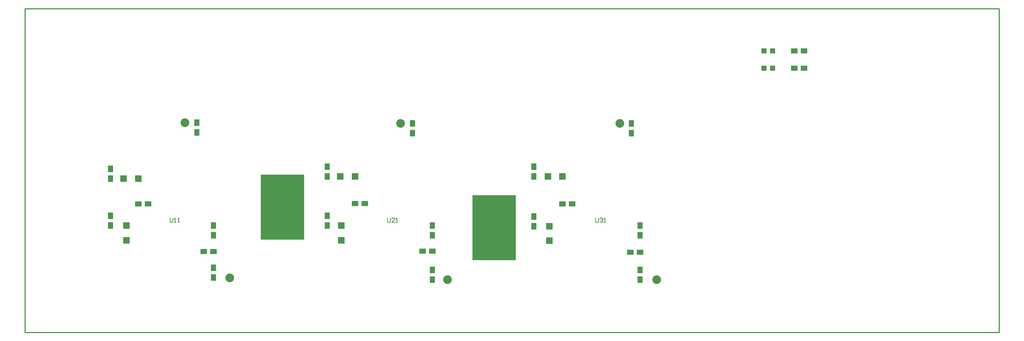
<source format=gtp>
G04*
G04 #@! TF.GenerationSoftware,Altium Limited,Altium Designer,18.0.9 (584)*
G04*
G04 Layer_Color=8421504*
%FSLAX43Y43*%
%MOMM*%
G71*
G01*
G75*
%ADD10C,0.254*%
%ADD16C,0.178*%
%ADD17C,2.032*%
%ADD18R,10.160X15.240*%
%ADD19R,1.524X1.524*%
%ADD20R,1.524X1.524*%
%ADD21R,1.524X1.270*%
%ADD22R,1.270X1.524*%
%ADD23R,1.200X1.200*%
D10*
X127Y76073D02*
X127Y127D01*
X228473D01*
X228473Y76073D02*
X228473Y127D01*
X127Y76073D02*
X228473D01*
D16*
X34163Y26924D02*
Y26077D01*
X34332Y25908D01*
X34671D01*
X34840Y26077D01*
Y26924D01*
X35179Y25908D02*
X35517D01*
X35348D01*
Y26924D01*
X35179Y26754D01*
X36025Y25908D02*
X36364D01*
X36194D01*
Y26924D01*
X36025Y26754D01*
X85090Y26924D02*
Y26077D01*
X85259Y25908D01*
X85598D01*
X85767Y26077D01*
Y26924D01*
X86783Y25908D02*
X86106D01*
X86783Y26585D01*
Y26754D01*
X86614Y26924D01*
X86275D01*
X86106Y26754D01*
X87121Y25908D02*
X87460D01*
X87291D01*
Y26924D01*
X87121Y26754D01*
X133858Y26924D02*
Y26077D01*
X134027Y25908D01*
X134366D01*
X134535Y26077D01*
Y26924D01*
X134874Y26754D02*
X135043Y26924D01*
X135382D01*
X135551Y26754D01*
Y26585D01*
X135382Y26416D01*
X135212D01*
X135382D01*
X135551Y26247D01*
Y26077D01*
X135382Y25908D01*
X135043D01*
X134874Y26077D01*
X135889Y25908D02*
X136228D01*
X136059D01*
Y26924D01*
X135889Y26754D01*
D17*
X99187Y12446D02*
D03*
X148209D02*
D03*
X48133Y12895D02*
D03*
X37592Y49299D02*
D03*
X139573Y49149D02*
D03*
X88189D02*
D03*
D18*
X60452Y29464D02*
D03*
X110109Y24638D02*
D03*
D19*
X123063Y21590D02*
D03*
Y25019D02*
D03*
X74295Y21717D02*
D03*
Y25146D02*
D03*
X23876Y21717D02*
D03*
Y25146D02*
D03*
D20*
X122682Y36703D02*
D03*
X126111D02*
D03*
X74041D02*
D03*
X77470D02*
D03*
X23241Y36195D02*
D03*
X26670D02*
D03*
D21*
X126111Y30226D02*
D03*
X128397D02*
D03*
X144272Y18923D02*
D03*
X141986D02*
D03*
X95631Y19177D02*
D03*
X93345D02*
D03*
X77470Y30353D02*
D03*
X79756D02*
D03*
X26670Y30226D02*
D03*
X28956D02*
D03*
X182753Y66167D02*
D03*
X180467D02*
D03*
X182753Y62103D02*
D03*
X180467D02*
D03*
X44323Y19050D02*
D03*
X42037D02*
D03*
D22*
X144272Y12446D02*
D03*
Y14732D02*
D03*
X95631Y12446D02*
D03*
Y14732D02*
D03*
X70993Y36703D02*
D03*
Y38989D02*
D03*
X20193Y36195D02*
D03*
Y38481D02*
D03*
Y25146D02*
D03*
Y27432D02*
D03*
X44323Y12954D02*
D03*
Y15240D02*
D03*
Y22860D02*
D03*
Y25146D02*
D03*
X40386Y46990D02*
D03*
Y49276D02*
D03*
X95631Y22860D02*
D03*
Y25146D02*
D03*
X70993D02*
D03*
Y27432D02*
D03*
X90932Y46863D02*
D03*
Y49149D02*
D03*
X144272Y22860D02*
D03*
Y25146D02*
D03*
X119380Y25019D02*
D03*
Y27305D02*
D03*
Y36703D02*
D03*
Y38989D02*
D03*
X142240Y46863D02*
D03*
Y49149D02*
D03*
D23*
X175421Y62103D02*
D03*
X173321D02*
D03*
Y66167D02*
D03*
X175421D02*
D03*
M02*

</source>
